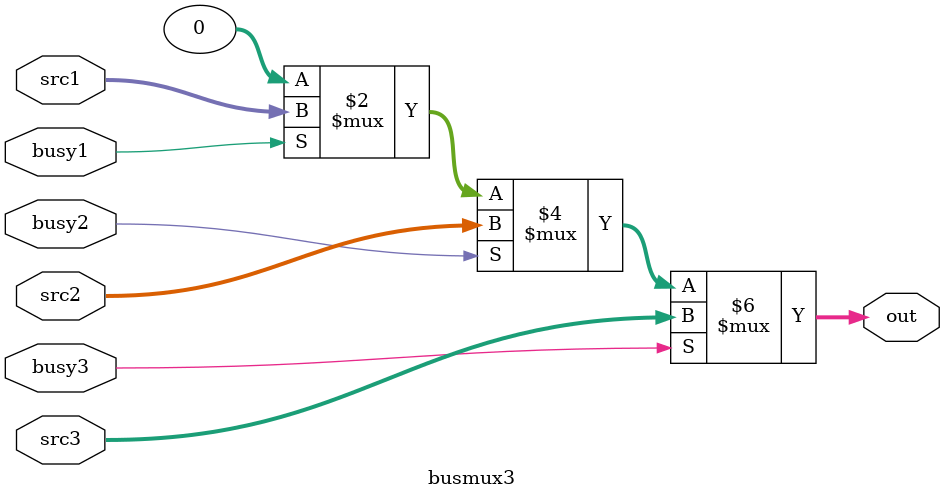
<source format=v>
`timescale 1ns / 1ps


module busmux3 (
    input wire busy1,
    input wire busy2,
    input wire busy3,
    input wire [31:0] src1,
    input wire [31:0] src2,
    input wire [31:0] src3,
    output reg [31:0] out
);

always @(*) begin
    out <= 32'h00000000;
    if (busy1) out <= src1;
    if (busy2) out <= src2;
    if (busy3) out <= src3;
end

endmodule

</source>
